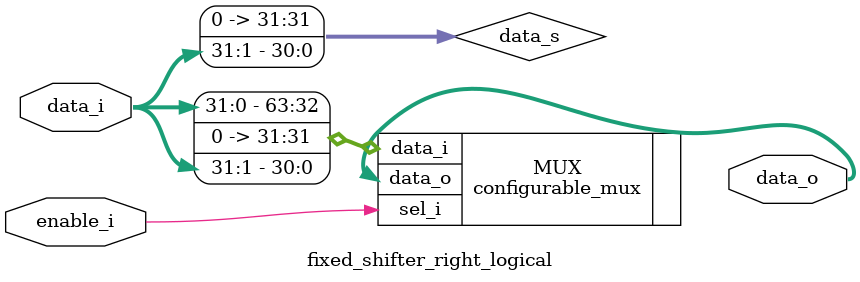
<source format=sv>

`timescale 1ns/1ps

module fixed_shifter_right_logical #(
	parameter nb_bits_data = 32,
	parameter shift_value = 1
)(
	input logic [nb_bits_data-1:0] data_i,
	input logic enable_i,
	output logic [nb_bits_data-1:0] data_o
);
	//Internal connections declaration
	logic [nb_bits_data-1:0] data_s;
	//Mux declaration
	configurable_mux #(1,32) MUX (
		.data_i({data_i,
			data_s}),
		.sel_i(enable_i),
		.data_o(data_o)
	);
	//Shift of the bits by the fixed value
	assign data_s[nb_bits_data - shift_value-1:0] = data_i[nb_bits_data-1:shift_value];
	assign data_s[nb_bits_data-1:nb_bits_data - shift_value] = 0;
endmodule : fixed_shifter_right_logical

</source>
